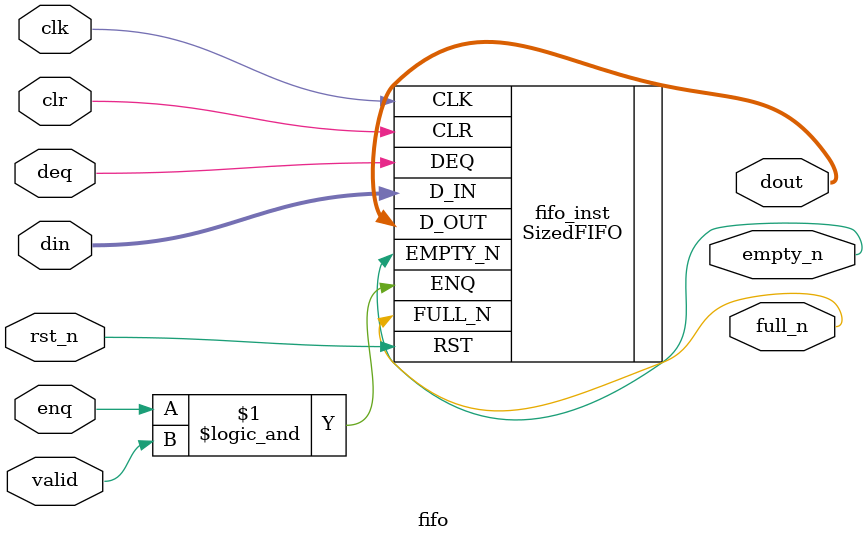
<source format=v>
`define BSV_ASSIGNMENT_DELAY #0

module fifo
#(
  parameter DATA_WIDTH = 16,
  parameter FIFO_DEPTH = 3, // You will mostly use depth 2 FIFOs
  parameter COUNTER_WIDTH = 1 
)(
  input clk,
  input rst_n,
  input [DATA_WIDTH - 1 : 0] din,
  input enq,
  input valid,
  output full_n,
  output [DATA_WIDTH - 1 : 0] dout,
  input deq,
  output empty_n,
  input clr
);

  SizedFIFO #(
    .p1width(DATA_WIDTH),
    .p2depth(FIFO_DEPTH),
    .p3cntr_width(COUNTER_WIDTH)) fifo_inst (
    .CLK(clk), 
    .RST(rst_n), // By default this is a synchronous active low reset, but it can be made asynchronous by defining BSV_ASYNC_RESET in SizedFIFO, and it can be made active high by defining BSV_POSITIVE_RESET in SizedFIFO.v
    .D_IN(din), 
    .ENQ(enq && valid), //Enquue when inc
    .FULL_N(full_n), 
    .D_OUT(dout), 
    .DEQ(deq), 
    .EMPTY_N(empty_n), 
    .CLR(clr)
  );

endmodule

</source>
